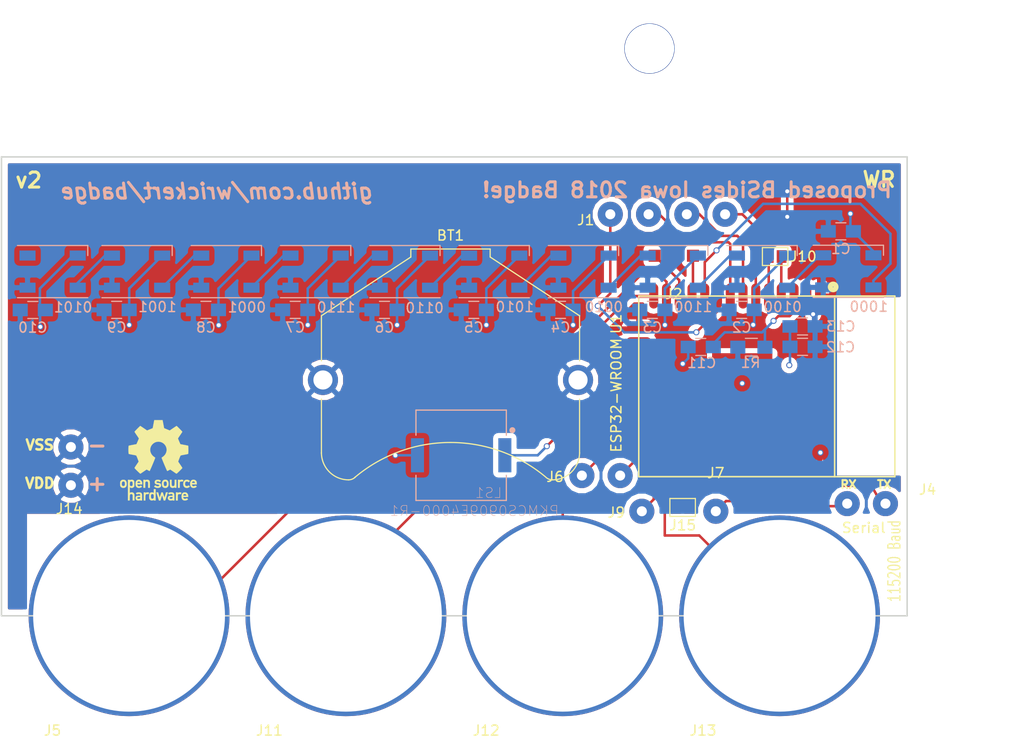
<source format=kicad_pcb>
(kicad_pcb (version 20171130) (host pcbnew 5.0.1)
  (layers (0 F.Cu signal) (31 B.Cu signal) (34 B.Paste user) (35 F.Paste user) (36 B.SilkS user) (37 F.SilkS user) (38 B.Mask user) (39 F.Mask user hide) (44 Edge.Cuts user))
  (net 0 "")
  (net 1 VDD)
  (net 2 VSS)
  (net 3 SPI)
  (net 4 "Net-(LED1-Pad2)")
  (net 5 "Net-(LED2-Pad2)")
  (net 6 "Net-(LED3-Pad2)")
  (net 7 "Net-(LED4-Pad2)")
  (net 8 "Net-(LED5-Pad2)")
  (net 9 "Net-(LED6-Pad2)")
  (net 10 "Net-(LED7-Pad2)")
  (net 11 "Net-(LED8-Pad2)")
  (net 12 "Net-(LED10-Pad4)")
  (net 13 "Net-(LED10-Pad2)")
  (net 14 IO23)
  (net 15 IO22)
  (net 16 TX)
  (net 17 RX)
  (net 18 IO21)
  (net 19 "Net-(U1-Pad32)")
  (net 20 IO19)
  (net 21 IO18)
  (net 22 IO5)
  (net 23 IO17)
  (net 24 IO16)
  (net 25 P0)
  (net 26 IO0)
  (net 27 P3)
  (net 28 SD1)
  (net 29 SD0)
  (net 30 CLK)
  (net 31 CMD)
  (net 32 SD3)
  (net 33 SD2)
  (net 34 IO13)
  (net 35 P1)
  (net 36 IO27)
  (net 37 IO26)
  (net 38 IO33)
  (net 39 IO32)
  (net 40 IO35)
  (net 41 IO34)
  (net 42 VN)
  (net 43 VP)
  (net 44 "Net-(C11-Pad1)")
  (net 45 P2)
  (net 46 GND)
  (module ESP32-footprints-Lib:ESP32-WROOM (layer F.Cu) (at 157.48 119.38 90)
    (fp_text reference U1 (at 6.223 -14.986 90) (layer F.SilkS))
    (fp_text value ESP32-WROOM)
    (fp_text user ESP32-WROOM (at -0.889 -14.986 270) (layer F.SilkS))
    (pad 38 smd oval (at -9 5.25 90) (size 2.5 0.9) (layers F.Cu F.Paste F.Mask) (net 2 VSS))
    (pad 37 smd oval (at -9 3.98 90) (size 2.5 0.9) (layers F.Cu F.Paste F.Mask) (net 14 IO23))
    (pad 36 smd oval (at -9 2.71 90) (size 2.5 0.9) (layers F.Cu F.Paste F.Mask) (net 15 IO22))
    (pad 35 smd oval (at -9 1.44 90) (size 2.5 0.9) (layers F.Cu F.Paste F.Mask) (net 16 TX))
    (pad 34 smd oval (at -9 0.17 90) (size 2.5 0.9) (layers F.Cu F.Paste F.Mask) (net 17 RX))
    (pad 33 smd oval (at -9 -1.1 90) (size 2.5 0.9) (layers F.Cu F.Paste F.Mask) (net 18 IO21))
    (pad 32 smd oval (at -9 -2.37 90) (size 2.5 0.9) (layers F.Cu F.Paste F.Mask) (net 19 "Net-(U1-Pad32)"))
    (pad 31 smd oval (at -9 -3.64 90) (size 2.5 0.9) (layers F.Cu F.Paste F.Mask) (net 20 IO19))
    (pad 30 smd oval (at -9 -4.91 90) (size 2.5 0.9) (layers F.Cu F.Paste F.Mask) (net 21 IO18))
    (pad 29 smd oval (at -9 -6.18 90) (size 2.5 0.9) (layers F.Cu F.Paste F.Mask) (net 22 IO5))
    (pad 28 smd oval (at -9 -7.45 90) (size 2.5 0.9) (layers F.Cu F.Paste F.Mask) (net 23 IO17))
    (pad 27 smd oval (at -9 -8.72 90) (size 2.5 0.9) (layers F.Cu F.Paste F.Mask) (net 24 IO16))
    (pad 26 smd oval (at -9 -9.99 90) (size 2.5 0.9) (layers F.Cu F.Paste F.Mask) (net 25 P0))
    (pad 25 smd oval (at -9 -11.26 90) (size 2.5 0.9) (layers F.Cu F.Paste F.Mask) (net 26 IO0))
    (pad 24 smd oval (at -5.715 -12.75 90) (size 0.9 2.5) (layers F.Cu F.Paste F.Mask) (net 2 VSS))
    (pad 23 smd oval (at -4.445 -12.75 90) (size 0.9 2.5) (layers F.Cu F.Paste F.Mask) (net 35 P1))
    (pad 22 smd oval (at -3.175 -12.75 90) (size 0.9 2.5) (layers F.Cu F.Paste F.Mask) (net 28 SD1))
    (pad 21 smd oval (at -1.905 -12.75 90) (size 0.9 2.5) (layers F.Cu F.Paste F.Mask) (net 29 SD0))
    (pad 20 smd oval (at -0.635 -12.75 90) (size 0.9 2.5) (layers F.Cu F.Paste F.Mask) (net 30 CLK))
    (pad 19 smd oval (at 0.635 -12.75 90) (size 0.9 2.5) (layers F.Cu F.Paste F.Mask) (net 31 CMD))
    (pad 18 smd oval (at 1.905 -12.75 90) (size 0.9 2.5) (layers F.Cu F.Paste F.Mask) (net 32 SD3))
    (pad 17 smd oval (at 3.175 -12.75 90) (size 0.9 2.5) (layers F.Cu F.Paste F.Mask) (net 33 SD2))
    (pad 16 smd oval (at 4.445 -12.75 90) (size 0.9 2.5) (layers F.Cu F.Paste F.Mask) (net 34 IO13))
    (pad 15 smd oval (at 5.715 -12.75 90) (size 0.9 2.5) (layers F.Cu F.Paste F.Mask) (net 2 VSS))
    (pad 14 smd oval (at 9 -11.26 90) (size 2.5 0.9) (layers F.Cu F.Paste F.Mask) (net 45 P2))
    (pad 13 smd oval (at 9 -9.99 90) (size 2.5 0.9) (layers F.Cu F.Paste F.Mask) (net 27 P3))
    (pad 12 smd oval (at 9 -8.72 90) (size 2.5 0.9) (layers F.Cu F.Paste F.Mask) (net 36 IO27))
    (pad 11 smd oval (at 9 -7.45 90) (size 2.5 0.9) (layers F.Cu F.Paste F.Mask) (net 37 IO26))
    (pad 10 smd oval (at 9 -6.18 90) (size 2.5 0.9) (layers F.Cu F.Paste F.Mask) (net 3 SPI))
    (pad 9 smd oval (at 9 -4.91 90) (size 2.5 0.9) (layers F.Cu F.Paste F.Mask) (net 38 IO33))
    (pad 8 smd oval (at 9 -3.64 90) (size 2.5 0.9) (layers F.Cu F.Paste F.Mask) (net 39 IO32))
    (pad 7 smd oval (at 9 -2.37 90) (size 2.5 0.9) (layers F.Cu F.Paste F.Mask) (net 40 IO35))
    (pad 6 smd oval (at 9 -1.1 90) (size 2.5 0.9) (layers F.Cu F.Paste F.Mask) (net 41 IO34))
    (pad 5 smd oval (at 9 0.17 90) (size 2.5 0.9) (layers F.Cu F.Paste F.Mask) (net 42 VN))
    (pad 4 smd oval (at 9 1.44 90) (size 2.5 0.9) (layers F.Cu F.Paste F.Mask) (net 43 VP))
    (pad 3 smd oval (at 9 2.71 90) (size 2.5 0.9) (layers F.Cu F.Paste F.Mask) (net 44 "Net-(C11-Pad1)"))
    (pad 2 smd oval (at 9 3.98 90) (size 2.5 0.9) (layers F.Cu F.Paste F.Mask) (net 1 VDD))
    (pad 1 smd oval (at 9 5.25 90) (size 2.5 0.9) (layers F.Cu F.Paste F.Mask) (net 2 VSS))
    (pad 39 smd rect (at 0.3 -2.45 90) (size 6 6) (layers F.Cu F.Paste F.Mask) (net 2 VSS))
  )
  (module LEDs:LED_WS2812B-PLCC4 (layer B.Cu) (at 86.37 107.947)
    (fp_text reference 0101 (at 2.032 3.556) (layer B.SilkS) (effects (justify mirror)))
    (fp_text value WS2812B)
    (pad 3 smd rect (at 2.5 -1.6) (size 1.6 1) (layers B.Cu B.Paste B.Mask) (net 2 VSS))
    (pad 4 smd rect (at 2.5 1.6) (size 1.6 1) (layers B.Cu B.Paste B.Mask) (net 12 "Net-(LED10-Pad4)"))
    (pad 2 smd rect (at -2.5 -1.6) (size 1.6 1) (layers B.Cu B.Paste B.Mask) (net 13 "Net-(LED10-Pad2)"))
    (pad 1 smd rect (at -2.5 1.6) (size 1.6 1) (layers B.Cu B.Paste B.Mask) (net 1 VDD))
  )
  (module LEDs:LED_WS2812B-PLCC4 (layer B.Cu) (at 103.665 107.95)
    (fp_text reference 0001 (at 2.04724 3.556) (layer B.SilkS) (effects (justify mirror)))
    (fp_text value WS2812B)
    (pad 3 smd rect (at 2.5 -1.6) (size 1.6 1) (layers B.Cu B.Paste B.Mask) (net 2 VSS))
    (pad 4 smd rect (at 2.5 1.6) (size 1.6 1) (layers B.Cu B.Paste B.Mask) (net 10 "Net-(LED7-Pad2)"))
    (pad 2 smd rect (at -2.5 -1.6) (size 1.6 1) (layers B.Cu B.Paste B.Mask) (net 11 "Net-(LED8-Pad2)"))
    (pad 1 smd rect (at -2.5 1.6) (size 1.6 1) (layers B.Cu B.Paste B.Mask) (net 1 VDD))
  )
  (module LEDs:LED_WS2812B-PLCC4 (layer B.Cu) (at 157.005 107.95)
    (fp_text reference 0100 (at 2.04724 3.52044) (layer B.SilkS) (effects (justify mirror)))
    (fp_text value WS2812B)
    (pad 3 smd rect (at 2.5 -1.6) (size 1.6 1) (layers B.Cu B.Paste B.Mask) (net 2 VSS))
    (pad 4 smd rect (at 2.5 1.6) (size 1.6 1) (layers B.Cu B.Paste B.Mask) (net 4 "Net-(LED1-Pad2)"))
    (pad 2 smd rect (at -2.5 -1.6) (size 1.6 1) (layers B.Cu B.Paste B.Mask) (net 5 "Net-(LED2-Pad2)"))
    (pad 1 smd rect (at -2.5 1.6) (size 1.6 1) (layers B.Cu B.Paste B.Mask) (net 1 VDD))
  )
  (module Battery_Holders:Keystone_3009_1x2450-CoinCell (layer F.Cu) (at 125.984 118.745)
    (fp_text reference BT1 (at 0 -14.4) (layer F.SilkS))
    (fp_text value Battery_Cell)
    (pad 1 thru_hole circle (at -12.7 0) (size 3 3) (drill 1.9) (layers *.Cu *.Mask) (net 1 VDD))
    (pad 1 thru_hole circle (at 12.7 0) (size 3 3) (drill 1.9) (layers *.Cu *.Mask) (net 1 VDD))
    (pad 2 smd rect (at 0 0) (size 8 8) (layers F.Cu F.Mask) (net 2 VSS))
  )
  (module Capacitors_SMD:C_0805_HandSoldering (layer B.Cu) (at 164.85 103.937)
    (fp_text reference C1 (at 0 1.75) (layer B.SilkS) (effects (justify mirror)))
    (fp_text value 0.1uF)
    (pad 1 smd rect (at -1.25 0) (size 1.5 1.25) (layers B.Cu B.Paste B.Mask) (net 1 VDD))
    (pad 2 smd rect (at 1.25 0) (size 1.5 1.25) (layers B.Cu B.Paste B.Mask) (net 2 VSS))
  )
  (module Capacitors_SMD:C_0805_HandSoldering (layer B.Cu) (at 154.973 111.76)
    (fp_text reference C2 (at 0 1.75) (layer B.SilkS) (effects (justify mirror)))
    (fp_text value 0.1uF)
    (pad 1 smd rect (at -1.25 0) (size 1.5 1.25) (layers B.Cu B.Paste B.Mask) (net 1 VDD))
    (pad 2 smd rect (at 1.25 0) (size 1.5 1.25) (layers B.Cu B.Paste B.Mask) (net 2 VSS))
  )
  (module Capacitors_SMD:C_0805_HandSoldering (layer B.Cu) (at 146.083 111.76)
    (fp_text reference C3 (at 0 1.75) (layer B.SilkS) (effects (justify mirror)))
    (fp_text value 0.1uF)
    (pad 1 smd rect (at -1.25 0) (size 1.5 1.25) (layers B.Cu B.Paste B.Mask) (net 1 VDD))
    (pad 2 smd rect (at 1.25 0) (size 1.5 1.25) (layers B.Cu B.Paste B.Mask) (net 2 VSS))
  )
  (module Capacitors_SMD:C_0805_HandSoldering (layer B.Cu) (at 136.939 111.76)
    (fp_text reference C4 (at 0 1.75) (layer B.SilkS) (effects (justify mirror)))
    (fp_text value 0.1uF)
    (pad 1 smd rect (at -1.25 0) (size 1.5 1.25) (layers B.Cu B.Paste B.Mask) (net 1 VDD))
    (pad 2 smd rect (at 1.25 0) (size 1.5 1.25) (layers B.Cu B.Paste B.Mask) (net 2 VSS))
  )
  (module Capacitors_SMD:C_0805_HandSoldering (layer B.Cu) (at 128.303 111.76)
    (fp_text reference C5 (at 0 1.75) (layer B.SilkS) (effects (justify mirror)))
    (fp_text value 0.1uF)
    (pad 1 smd rect (at -1.25 0) (size 1.5 1.25) (layers B.Cu B.Paste B.Mask) (net 1 VDD))
    (pad 2 smd rect (at 1.25 0) (size 1.5 1.25) (layers B.Cu B.Paste B.Mask) (net 2 VSS))
  )
  (module Capacitors_SMD:C_0805_HandSoldering (layer B.Cu) (at 119.413 111.76)
    (fp_text reference C6 (at 0 1.75) (layer B.SilkS) (effects (justify mirror)))
    (fp_text value 0.1uF)
    (pad 1 smd rect (at -1.25 0) (size 1.5 1.25) (layers B.Cu B.Paste B.Mask) (net 1 VDD))
    (pad 2 smd rect (at 1.25 0) (size 1.5 1.25) (layers B.Cu B.Paste B.Mask) (net 2 VSS))
  )
  (module Capacitors_SMD:C_0805_HandSoldering (layer B.Cu) (at 110.523 111.76)
    (fp_text reference C7 (at 0 1.75) (layer B.SilkS) (effects (justify mirror)))
    (fp_text value 0.1uF)
    (pad 1 smd rect (at -1.25 0) (size 1.5 1.25) (layers B.Cu B.Paste B.Mask) (net 1 VDD))
    (pad 2 smd rect (at 1.25 0) (size 1.5 1.25) (layers B.Cu B.Paste B.Mask) (net 2 VSS))
  )
  (module Capacitors_SMD:C_0805_HandSoldering (layer B.Cu) (at 101.633 111.76)
    (fp_text reference C8 (at 0 1.75) (layer B.SilkS) (effects (justify mirror)))
    (fp_text value 0.1uF)
    (pad 1 smd rect (at -1.25 0) (size 1.5 1.25) (layers B.Cu B.Paste B.Mask) (net 1 VDD))
    (pad 2 smd rect (at 1.25 0) (size 1.5 1.25) (layers B.Cu B.Paste B.Mask) (net 2 VSS))
  )
  (module Capacitors_SMD:C_0805_HandSoldering (layer B.Cu) (at 92.743 111.76)
    (fp_text reference C9 (at 0 1.75) (layer B.SilkS) (effects (justify mirror)))
    (fp_text value 0.1uF)
    (pad 1 smd rect (at -1.25 0) (size 1.5 1.25) (layers B.Cu B.Paste B.Mask) (net 1 VDD))
    (pad 2 smd rect (at 1.25 0) (size 1.5 1.25) (layers B.Cu B.Paste B.Mask) (net 2 VSS))
  )
  (module Capacitors_SMD:C_0805_HandSoldering (layer B.Cu) (at 84.395 111.772)
    (fp_text reference C10 (at 0 1.75) (layer B.SilkS) (effects (justify mirror)))
    (fp_text value 0.1uF)
    (pad 1 smd rect (at -1.25 0) (size 1.5 1.25) (layers B.Cu B.Paste B.Mask) (net 1 VDD))
    (pad 2 smd rect (at 1.25 0) (size 1.5 1.25) (layers B.Cu B.Paste B.Mask) (net 2 VSS))
  )
  (module Capacitors_SMD:C_0805_HandSoldering (layer B.Cu) (at 150.9 115.457 180)
    (fp_text reference C11 (at -0.09144 -1.59004 180) (layer B.SilkS) (effects (justify mirror)))
    (fp_text value 0.1uF)
    (pad 1 smd rect (at -1.25 0 180) (size 1.5 1.25) (layers B.Cu B.Paste B.Mask) (net 44 "Net-(C11-Pad1)"))
    (pad 2 smd rect (at 1.25 0 180) (size 1.5 1.25) (layers B.Cu B.Paste B.Mask) (net 2 VSS))
  )
  (module Capacitors_SMD:C_0805_HandSoldering (layer B.Cu) (at 161.036 115.443)
    (fp_text reference C12 (at 3.784 0.034) (layer B.SilkS) (effects (justify mirror)))
    (fp_text value 0.1uF)
    (pad 1 smd rect (at -1.25 0) (size 1.5 1.25) (layers B.Cu B.Paste B.Mask) (net 46 GND))
    (pad 2 smd rect (at 1.25 0) (size 1.5 1.25) (layers B.Cu B.Paste B.Mask) (net 1 VDD))
  )
  (module Capacitors_SMD:C_0805_HandSoldering (layer B.Cu) (at 161.036 113.411)
    (fp_text reference C13 (at 3.814 -0.004) (layer B.SilkS) (effects (justify mirror)))
    (fp_text value 10uF)
    (pad 1 smd rect (at -1.25 0) (size 1.5 1.25) (layers B.Cu B.Paste B.Mask) (net 46 GND))
    (pad 2 smd rect (at 1.25 0) (size 1.5 1.25) (layers B.Cu B.Paste B.Mask) (net 1 VDD))
  )
  (module LEDs:LED_WS2812B-PLCC4 (layer B.Cu) (at 165.595 107.922)
    (fp_text reference 1000 (at 2.032 3.52044) (layer B.SilkS) (effects (justify mirror)))
    (fp_text value WS2812B)
    (pad 3 smd rect (at 2.5 -1.6) (size 1.6 1) (layers B.Cu B.Paste B.Mask) (net 2 VSS))
    (pad 4 smd rect (at 2.5 1.6) (size 1.6 1) (layers B.Cu B.Paste B.Mask) (net 3 SPI))
    (pad 2 smd rect (at -2.5 -1.6) (size 1.6 1) (layers B.Cu B.Paste B.Mask) (net 4 "Net-(LED1-Pad2)"))
    (pad 1 smd rect (at -2.5 1.6) (size 1.6 1) (layers B.Cu B.Paste B.Mask) (net 1 VDD))
  )
  (module LEDs:LED_WS2812B-PLCC4 (layer B.Cu) (at 148.115 107.95)
    (fp_text reference 1100 (at 2.02184 3.52044) (layer B.SilkS) (effects (justify mirror)))
    (fp_text value WS2812B)
    (pad 3 smd rect (at 2.5 -1.6) (size 1.6 1) (layers B.Cu B.Paste B.Mask) (net 2 VSS))
    (pad 4 smd rect (at 2.5 1.6) (size 1.6 1) (layers B.Cu B.Paste B.Mask) (net 5 "Net-(LED2-Pad2)"))
    (pad 2 smd rect (at -2.5 -1.6) (size 1.6 1) (layers B.Cu B.Paste B.Mask) (net 6 "Net-(LED3-Pad2)"))
    (pad 1 smd rect (at -2.5 1.6) (size 1.6 1) (layers B.Cu B.Paste B.Mask) (net 1 VDD))
  )
  (module LEDs:LED_WS2812B-PLCC4 (layer B.Cu) (at 139.225 107.95)
    (fp_text reference 0010 (at 2.032 3.52044) (layer B.SilkS) (effects (justify mirror)))
    (fp_text value WS2812B)
    (pad 3 smd rect (at 2.5 -1.6) (size 1.6 1) (layers B.Cu B.Paste B.Mask) (net 2 VSS))
    (pad 4 smd rect (at 2.5 1.6) (size 1.6 1) (layers B.Cu B.Paste B.Mask) (net 6 "Net-(LED3-Pad2)"))
    (pad 2 smd rect (at -2.5 -1.6) (size 1.6 1) (layers B.Cu B.Paste B.Mask) (net 7 "Net-(LED4-Pad2)"))
    (pad 1 smd rect (at -2.5 1.6) (size 1.6 1) (layers B.Cu B.Paste B.Mask) (net 1 VDD))
  )
  (module LEDs:LED_WS2812B-PLCC4 (layer B.Cu) (at 130.335 107.95)
    (fp_text reference 1010 (at 2.04724 3.52044) (layer B.SilkS) (effects (justify mirror)))
    (fp_text value WS2812B)
    (pad 3 smd rect (at 2.5 -1.6) (size 1.6 1) (layers B.Cu B.Paste B.Mask) (net 2 VSS))
    (pad 4 smd rect (at 2.5 1.6) (size 1.6 1) (layers B.Cu B.Paste B.Mask) (net 7 "Net-(LED4-Pad2)"))
    (pad 2 smd rect (at -2.5 -1.6) (size 1.6 1) (layers B.Cu B.Paste B.Mask) (net 8 "Net-(LED5-Pad2)"))
    (pad 1 smd rect (at -2.5 1.6) (size 1.6 1) (layers B.Cu B.Paste B.Mask) (net 1 VDD))
  )
  (module LEDs:LED_WS2812B-PLCC4 (layer B.Cu) (at 121.445 107.95)
    (fp_text reference 0110 (at 1.96596 3.62204) (layer B.SilkS) (effects (justify mirror)))
    (fp_text value WS2812B)
    (pad 3 smd rect (at 2.5 -1.6) (size 1.6 1) (layers B.Cu B.Paste B.Mask) (net 2 VSS))
    (pad 4 smd rect (at 2.5 1.6) (size 1.6 1) (layers B.Cu B.Paste B.Mask) (net 8 "Net-(LED5-Pad2)"))
    (pad 2 smd rect (at -2.5 -1.6) (size 1.6 1) (layers B.Cu B.Paste B.Mask) (net 9 "Net-(LED6-Pad2)"))
    (pad 1 smd rect (at -2.5 1.6) (size 1.6 1) (layers B.Cu B.Paste B.Mask) (net 1 VDD))
  )
  (module LEDs:LED_WS2812B-PLCC4 (layer B.Cu) (at 112.555 107.95)
    (fp_text reference 1110 (at 2.032 3.556) (layer B.SilkS) (effects (justify mirror)))
    (fp_text value WS2812B)
    (pad 3 smd rect (at 2.5 -1.6) (size 1.6 1) (layers B.Cu B.Paste B.Mask) (net 2 VSS))
    (pad 4 smd rect (at 2.5 1.6) (size 1.6 1) (layers B.Cu B.Paste B.Mask) (net 9 "Net-(LED6-Pad2)"))
    (pad 2 smd rect (at -2.5 -1.6) (size 1.6 1) (layers B.Cu B.Paste B.Mask) (net 10 "Net-(LED7-Pad2)"))
    (pad 1 smd rect (at -2.5 1.6) (size 1.6 1) (layers B.Cu B.Paste B.Mask) (net 1 VDD))
  )
  (module LEDs:LED_WS2812B-PLCC4 (layer B.Cu) (at 94.775 107.95)
    (fp_text reference 1001 (at 2.02184 3.52044) (layer B.SilkS) (effects (justify mirror)))
    (fp_text value WS2812B)
    (pad 3 smd rect (at 2.5 -1.6) (size 1.6 1) (layers B.Cu B.Paste B.Mask) (net 2 VSS))
    (pad 4 smd rect (at 2.5 1.6) (size 1.6 1) (layers B.Cu B.Paste B.Mask) (net 11 "Net-(LED8-Pad2)"))
    (pad 2 smd rect (at -2.5 -1.6) (size 1.6 1) (layers B.Cu B.Paste B.Mask) (net 12 "Net-(LED10-Pad4)"))
    (pad 1 smd rect (at -2.5 1.6) (size 1.6 1) (layers B.Cu B.Paste B.Mask) (net 1 VDD))
  )
  (module Resistors_SMD:R_0805_HandSoldering (layer B.Cu) (at 155.94 115.477)
    (fp_text reference R1 (at -0.0762 1.5494) (layer B.SilkS) (effects (justify mirror)))
    (fp_text value 10k)
    (pad 1 smd rect (at -1.35 0) (size 1.5 1.3) (layers B.Cu B.Paste B.Mask) (net 1 VDD))
    (pad 2 smd rect (at 1.35 0) (size 1.5 1.3) (layers B.Cu B.Paste B.Mask) (net 44 "Net-(C11-Pad1)"))
  )
  (module Wire_Pads:Penny (layer F.Cu) (at 93.98 142.24)
    (fp_text reference J5 (at -7.62 11.43) (layer F.SilkS))
    (fp_text value Penny3)
    (pad 1 thru_hole circle (at 0 0) (size 20 20) (drill 19.1) (layers *.Mask F.Cu) (net 27 P3))
  )
  (module Wire_Pads:Penny (layer F.Cu) (at 115.57 142.24)
    (fp_text reference J11 (at -7.62 11.43) (layer F.SilkS))
    (fp_text value Penny2)
    (pad 1 thru_hole circle (at 0 0) (size 20 20) (drill 19.1) (layers *.Mask F.Cu) (net 45 P2))
  )
  (module Wire_Pads:Penny (layer F.Cu) (at 137.16 142.24)
    (fp_text reference J12 (at -7.62 11.43) (layer F.SilkS))
    (fp_text value Penny1)
    (pad 1 thru_hole circle (at 0 0) (size 20 20) (drill 19.1) (layers *.Mask F.Cu) (net 35 P1))
  )
  (module Wire_Pads:Penny (layer F.Cu) (at 158.75 142.24)
    (fp_text reference J13 (at -7.62 11.43) (layer F.SilkS))
    (fp_text value Penny0)
    (pad 1 thru_hole circle (at 0 0) (size 20 20) (drill 19.1) (layers *.Mask F.Cu) (net 25 P0))
  )
  (module Wire_Pads:SolderWirePad_4xInline_1mmDrill (layer F.Cu) (at 147.61 102.237)
    (fp_text reference J1 (at -8.16 0.58) (layer F.SilkS))
    (fp_text value Left2)
    (pad 1 thru_hole circle (at -5.715 0) (size 2.49936 2.49936) (drill 1.00076) (layers *.Cu *.Mask) (net 38 IO33))
    (pad 1 thru_hole circle (at -1.905 0) (size 2.49936 2.49936) (drill 1.00076) (layers *.Cu *.Mask) (net 39 IO32))
    (pad 1 thru_hole circle (at 1.905 0) (size 2.49936 2.49936) (drill 1.00076) (layers *.Cu *.Mask) (net 40 IO35))
    (pad 1 thru_hole circle (at 5.715 0) (size 2.49936 2.49936) (drill 1.00076) (layers *.Cu *.Mask) (net 41 IO34))
  )
  (module Wire_Pads:SolderWirePad_2x_1mmDrill (layer F.Cu) (at 148.22 106.367 180)
    (fp_text reference J2 (at 0 -3.81 180) (layer F.SilkS))
    (fp_text value Left3)
    (pad 1 smd rect (at -1.905 0 180) (size 1.2 1.2) (layers F.Cu F.Paste F.Mask) (net 37 IO26))
    (pad 1 smd rect (at 1.905 0 180) (size 1.2 1.2) (layers F.Cu F.Paste F.Mask) (net 36 IO27))
  )
  (module Wire_Pads:SolderWirePad_2x_1mmDrill (layer F.Cu) (at 167.386 131.064)
    (fp_text reference J4 (at 6.096 -1.397) (layer F.SilkS))
    (fp_text value Serial (at -0.254 2.413) (layer F.SilkS))
    (pad 1 thru_hole circle (at -1.905 0) (size 2.49936 2.49936) (drill 1.00076) (layers *.Cu *.Mask) (net 17 RX))
    (pad 1 thru_hole circle (at 1.905 0) (size 2.49936 2.49936) (drill 1.00076) (layers *.Cu *.Mask) (net 16 TX))
  )
  (module Wire_Pads:SolderWirePad_2x_1mmDrill (layer F.Cu) (at 140.97 128.27)
    (fp_text reference J6 (at -4.572 0.127) (layer F.SilkS))
    (fp_text value Right1)
    (pad 1 thru_hole circle (at -1.905 0) (size 2.49936 2.49936) (drill 1.00076) (layers *.Cu *.Mask) (net 14 IO23))
    (pad 1 thru_hole circle (at 1.905 0) (size 2.49936 2.49936) (drill 1.00076) (layers *.Cu *.Mask) (net 15 IO22))
  )
  (module Wire_Pads:SolderWirePad_single_1mmDrill (layer F.Cu) (at 152.4 131.826)
    (fp_text reference J7 (at 0 -3.81) (layer F.SilkS))
    (fp_text value Right2)
    (pad 1 thru_hole circle (at 0 0) (size 2.49936 2.49936) (drill 1.00076) (layers *.Cu *.Mask) (net 18 IO21))
  )
  (module Wire_Pads:SolderWirePad_single_1mmDrill (layer F.Cu) (at 145.034 131.826)
    (fp_text reference J9 (at -2.54 0.127) (layer F.SilkS))
    (fp_text value Right4)
    (pad 1 thru_hole circle (at 0 0) (size 2.49936 2.49936) (drill 1.00076) (layers *.Cu *.Mask) (net 26 IO0))
  )
  (module Connectors:GS2 (layer F.Cu) (at 158.31 106.447 90)
    (fp_text reference J10 (at 0 2.794 180) (layer F.SilkS))
    (fp_text value Left1)
    (pad 1 smd rect (at 0 -0.64 90) (size 1.27 0.97) (layers F.Cu F.Paste F.Mask) (net 42 VN))
    (pad 2 smd rect (at 0 0.64 90) (size 1.27 0.97) (layers F.Cu F.Paste F.Mask) (net 43 VP))
  )
  (module Wire_Pads:SolderWirePad_2x_1mmDrill (layer F.Cu) (at 88.1888 127.3302 90)
    (fp_text reference J14 (at -4.2668 -0.1688 180) (layer F.SilkS))
    (fp_text value Power)
    (pad 1 thru_hole circle (at -1.905 0 90) (size 2.49936 2.49936) (drill 1.00076) (layers *.Cu *.Mask) (net 1 VDD))
    (pad 1 thru_hole circle (at 1.905 0 90) (size 2.49936 2.49936) (drill 1.00076) (layers *.Cu *.Mask) (net 1 VDD))
  )
  (module Connectors:GS2 (layer F.Cu) (at 149.098 131.445 270)
    (fp_text reference J15 (at 1.78 0) (layer F.SilkS))
    (fp_text value Right5)
    (pad 1 smd rect (at 0 -0.64 270) (size 1.27 0.97) (layers F.Cu F.Paste F.Mask) (net 23 IO17))
    (pad 2 smd rect (at 0 0.64 270) (size 1.27 0.97) (layers F.Cu F.Paste F.Mask) (net 24 IO16))
  )
  (module PKMCS0909E4000-R1:XDCR_PKMCS0909E4000-R1 (layer B.Cu) (at 127.045 126.247 180)
    (fp_text reference LS1 (at -2.725 -3.75 180) (layer B.SilkS) (effects (font (size 1.00189 1.00189) (thickness 0.05)) (justify mirror)))
    (fp_text value PKMCS0909E4000-R1 (at -1.31106 -5.54064 180) (layer B.SilkS) (effects (font (size 1.00465 1.00465) (thickness 0.05)) (justify mirror)))
    (pad 1 smd rect (at -4.35 0 180) (size 1.3 3.4) (layers B.Cu B.Paste B.Mask) (net 34 IO13))
    (pad 2 smd rect (at 4.35 0 180) (size 1.3 3.4) (layers B.Cu B.Paste B.Mask) (net 2 VSS))
  )
  (module Symbols:OSHW-Logo_7.5x8mm_SilkScreen (layer F.Cu) (at 96.895 126.747)
    (fp_text reference REF*** hide)
    (fp_text value OSHW-Logo_7.5x8mm_SilkScreen hide)
  )
  (module Connectors:1pin (layer F.Cu) (at 145.796 85.725)
    (fp_text reference "" (at 0.1 -4.575) (layer F.SilkS))
    (fp_text value 1pin)
    (pad 1 thru_hole circle (at 0 0) (size 5 5) (drill 4.9) (layers *.Cu *.Mask))
  )
  (gr_text WR (at 168.656 98.7806) (layer F.SilkS) (effects (font (size 1.5 1.5) (thickness 0.3))))
  (gr_text "v2\n" (at 83.99 98.847) (layer F.SilkS) (effects (font (size 1.5 1.5) (thickness 0.3))))
  (gr_text "115200 Baud" (at 170.18 136.779 90) (layer F.SilkS) (effects (font (size 1.2 0.8) (thickness 0.125))))
  (gr_text RX (at 165.608 129.159) (layer F.SilkS) (effects (font (size 0.8 0.8) (thickness 0.2))))
  (gr_text TX (at 169.164 129.159) (layer F.SilkS) (effects (font (size 0.8 0.8) (thickness 0.2))))
  (gr_text github.com/wrickert/badge (at 102.745 99.947) (layer B.SilkS) (effects (font (size 1.5 1.5) (thickness 0.3) italic) (justify mirror)))
  (gr_text "Proposed BSides Iowa 2018 Badge!" (at 149.545 99.822) (layer B.SilkS) (effects (font (size 1.5 1.5) (thickness 0.3)) (justify mirror)))
  (gr_text + (at 90.805 129.032) (layer B.SilkS) (effects (font (size 1.5 1.5) (thickness 0.3)) (justify mirror)))
  (gr_text "-\n" (at 90.805 125.222) (layer B.SilkS) (effects (font (size 1.5 1.5) (thickness 0.3)) (justify mirror)))
  (gr_text "VDD\n" (at 85.09 129.032) (layer F.SilkS) (effects (font (size 1 1) (thickness 0.25))))
  (gr_text "VSS\n" (at 85.09 125.222) (layer F.SilkS) (effects (font (size 1 1) (thickness 0.25))))
  (gr_line (start 81.28 142.24) (end 81.28 96.52) (angle 90) (layer Edge.Cuts) (width 0.15))
  (gr_line (start 171.45 142.24) (end 81.28 142.24) (angle 90) (layer Edge.Cuts) (width 0.15))
  (gr_line (start 171.45 96.52) (end 171.45 142.24) (angle 90) (layer Edge.Cuts) (width 0.15))
  (gr_line (start 81.28 96.52) (end 171.45 96.52) (angle 90) (layer Edge.Cuts) (width 0.15))
  (via (at 159.512 102.489) (size 0.6) (drill 0.4) (layers F.Cu B.Cu) (net 1))
  (via (at 159.512 99.949) (size 0.6) (drill 0.4) (layers F.Cu B.Cu) (net 1))
  (segment (start 162.286 115.443) (end 162.286 113.411) (width 0.25) (layer B.Cu) (net 1))
  (segment (start 162.286 113.411) (end 162.09 113.215) (width 0.25) (layer B.Cu) (net 1))
  (segment (start 162.09 113.215) (end 162.09 112.187) (width 0.25) (layer B.Cu) (net 1))
  (via (at 162.09 112.187) (size 0.6) (drill 0.4) (layers F.Cu B.Cu) (net 1))
  (segment (start 162.09 112.187) (end 161.46 111.557) (width 0.25) (layer F.Cu) (net 1))
  (segment (start 161.46 111.557) (end 161.46 110.38) (width 0.25) (layer F.Cu) (net 1))
  (segment (start 83.385 109.55) (end 83.345 109.51) (width 0.25) (layer B.Cu) (net 1))
  (segment (start 163.395 109.55) (end 163.395 109.18) (width 0.25) (layer B.Cu) (net 1))
  (segment (start 161.46 110.38) (end 161.544 110.296) (width 0.25) (layer F.Cu) (net 1))
  (segment (start 92.275 109.55) (end 92.235 109.51) (width 0.25) (layer B.Cu) (net 1))
  (segment (start 101.165 109.55) (end 101.125 109.51) (width 0.25) (layer B.Cu) (net 1))
  (segment (start 110.055 109.55) (end 110.015 109.51) (width 0.25) (layer B.Cu) (net 1))
  (segment (start 118.945 109.55) (end 118.905 109.51) (width 0.25) (layer B.Cu) (net 1))
  (segment (start 127.835 109.55) (end 127.795 109.51) (width 0.25) (layer B.Cu) (net 1))
  (segment (start 136.725 109.55) (end 136.685 109.51) (width 0.25) (layer B.Cu) (net 1))
  (segment (start 145.615 109.55) (end 145.575 109.51) (width 0.25) (layer B.Cu) (net 1))
  (segment (start 154.505 109.55) (end 154.465 109.51) (width 0.25) (layer B.Cu) (net 1))
  (segment (start 159.786 115.443) (end 159.786 117.201) (width 0.25) (layer B.Cu) (net 46))
  (via (at 159.7152 117.2718) (size 0.6) (drill 0.4) (layers F.Cu B.Cu) (net 46))
  (segment (start 159.786 117.201) (end 159.7152 117.2718) (width 0.25) (layer B.Cu) (net 46))
  (segment (start 122.695 126.247) (end 120.514 126.247) (width 0.25) (layer B.Cu) (net 2))
  (via (at 120.4976 126.2634) (size 0.6) (drill 0.4) (layers F.Cu B.Cu) (net 2))
  (segment (start 120.514 126.247) (end 120.4976 126.2634) (width 0.25) (layer B.Cu) (net 2))
  (segment (start 168.095 106.322) (end 168.095 105.932) (width 0.25) (layer B.Cu) (net 2))
  (segment (start 168.095 105.932) (end 165.8 103.637) (width 0.25) (layer B.Cu) (net 2))
  (segment (start 165.8 103.637) (end 165.8 102.177) (width 0.25) (layer B.Cu) (net 2))
  (via (at 165.8 102.177) (size 0.6) (drill 0.4) (layers F.Cu B.Cu) (net 2))
  (segment (start 149.65 115.457) (end 149.65 116.587) (width 0.25) (layer B.Cu) (net 2))
  (via (at 149.11 117.127) (size 0.6) (drill 0.4) (layers F.Cu B.Cu) (net 2))
  (segment (start 149.65 116.587) (end 149.11 117.127) (width 0.25) (layer B.Cu) (net 2))
  (segment (start 94.013 113.284) (end 93.993 113.264) (width 0.25) (layer B.Cu) (net 2))
  (segment (start 93.993 113.264) (end 94.013 113.284) (width 0.25) (layer B.Cu) (net 2))
  (via (at 93.993 113.264) (size 0.6) (drill 0.4) (layers F.Cu B.Cu) (net 2))
  (segment (start 93.993 113.264) (end 93.995 113.266) (width 0.25) (layer F.Cu) (net 2))
  (segment (start 93.995 113.266) (end 93.995 113.272) (width 0.25) (layer F.Cu) (net 2))
  (segment (start 102.883 113.264) (end 102.903 113.284) (width 0.25) (layer B.Cu) (net 2))
  (via (at 102.903 113.284) (size 0.6) (drill 0.4) (layers F.Cu B.Cu) (net 2))
  (segment (start 102.895 113.292) (end 102.895 113.297) (width 0.25) (layer F.Cu) (net 2))
  (segment (start 102.903 113.284) (end 102.895 113.292) (width 0.25) (layer F.Cu) (net 2))
  (segment (start 102.883 109.632) (end 102.883 113.264) (width 0.25) (layer B.Cu) (net 2))
  (segment (start 106.165 106.35) (end 102.883 109.632) (width 0.25) (layer B.Cu) (net 2))
  (segment (start 102.883 113.264) (end 102.903 113.284) (width 0.25) (layer B.Cu) (net 2))
  (via (at 111.773 113.264) (size 0.6) (drill 0.4) (layers F.Cu B.Cu) (net 2))
  (segment (start 111.77 113.272) (end 111.77 113.267) (width 0.25) (layer F.Cu) (net 2))
  (segment (start 111.77 113.267) (end 111.773 113.264) (width 0.25) (layer F.Cu) (net 2))
  (segment (start 120.6705 113.2715) (end 120.663 113.264) (width 0.25) (layer B.Cu) (net 2))
  (via (at 120.663 113.264) (size 0.6) (drill 0.4) (layers F.Cu B.Cu) (net 2))
  (segment (start 120.67 113.271) (end 120.67 113.272) (width 0.25) (layer F.Cu) (net 2))
  (segment (start 120.663 113.264) (end 120.67 113.271) (width 0.25) (layer F.Cu) (net 2))
  (via (at 129.553 113.264) (size 0.6) (drill 0.4) (layers F.Cu B.Cu) (net 2))
  (segment (start 129.57 113.272) (end 129.561 113.272) (width 0.25) (layer F.Cu) (net 2))
  (segment (start 129.561 113.272) (end 129.553 113.264) (width 0.25) (layer F.Cu) (net 2))
  (via (at 138.189 113.264) (size 0.6) (drill 0.4) (layers F.Cu B.Cu) (net 2))
  (segment (start 138.195 113.272) (end 138.195 113.27) (width 0.25) (layer F.Cu) (net 2))
  (segment (start 138.195 113.27) (end 138.189 113.264) (width 0.25) (layer F.Cu) (net 2))
  (via (at 147.333 113.264) (size 0.6) (drill 0.4) (layers F.Cu B.Cu) (net 2))
  (segment (start 147.32 113.272) (end 147.325 113.272) (width 0.25) (layer F.Cu) (net 2))
  (segment (start 147.325 113.272) (end 147.333 113.264) (width 0.25) (layer F.Cu) (net 2))
  (segment (start 156.223 111.76) (end 156.223 113.144) (width 0.25) (layer B.Cu) (net 2))
  (via (at 156.12 113.247) (size 0.6) (drill 0.4) (layers F.Cu B.Cu) (net 2))
  (segment (start 156.223 113.144) (end 156.12 113.247) (width 0.25) (layer B.Cu) (net 2))
  (segment (start 85.123 113.284) (end 85.123 113.425) (width 0.25) (layer B.Cu) (net 2))
  (segment (start 85.123 111.78) (end 85.123 113.284) (width 0.25) (layer B.Cu) (net 2))
  (via (at 85.145 113.447) (size 0.6) (drill 0.4) (layers F.Cu B.Cu) (net 2))
  (segment (start 85.123 113.425) (end 85.145 113.447) (width 0.25) (layer B.Cu) (net 2))
  (segment (start 147.333 113.264) (end 147.353 113.284) (width 0.25) (layer B.Cu) (net 2))
  (segment (start 138.189 113.264) (end 138.209 113.284) (width 0.25) (layer B.Cu) (net 2))
  (segment (start 129.553 113.264) (end 129.573 113.284) (width 0.25) (layer B.Cu) (net 2))
  (segment (start 120.6705 113.2715) (end 120.683 113.284) (width 0.25) (layer B.Cu) (net 2))
  (segment (start 111.773 113.264) (end 111.793 113.284) (width 0.25) (layer B.Cu) (net 2))
  (segment (start 85.103 111.76) (end 85.123 111.78) (width 0.25) (layer B.Cu) (net 2))
  (segment (start 88.385 106.35) (end 85.103 109.632) (width 0.25) (layer B.Cu) (net 2))
  (segment (start 85.103 109.632) (end 85.103 111.76) (width 0.25) (layer B.Cu) (net 2))
  (segment (start 156.223 111.76) (end 156.243 111.74) (width 0.25) (layer B.Cu) (net 2))
  (segment (start 159.505 106.35) (end 156.223 109.632) (width 0.25) (layer B.Cu) (net 2))
  (segment (start 156.223 109.632) (end 156.223 111.76) (width 0.25) (layer B.Cu) (net 2))
  (segment (start 150.615 106.35) (end 147.333 109.632) (width 0.25) (layer B.Cu) (net 2))
  (segment (start 147.333 109.632) (end 147.333 113.264) (width 0.25) (layer B.Cu) (net 2))
  (segment (start 141.725 106.35) (end 138.189 109.886) (width 0.25) (layer B.Cu) (net 2))
  (segment (start 138.189 109.886) (end 138.189 113.264) (width 0.25) (layer B.Cu) (net 2))
  (segment (start 132.835 106.35) (end 129.553 109.632) (width 0.25) (layer B.Cu) (net 2))
  (segment (start 129.553 109.632) (end 129.553 113.264) (width 0.25) (layer B.Cu) (net 2))
  (segment (start 123.945 106.35) (end 120.663 109.632) (width 0.25) (layer B.Cu) (net 2))
  (segment (start 120.663 109.632) (end 120.663 113.264) (width 0.25) (layer B.Cu) (net 2))
  (segment (start 115.055 106.35) (end 111.773 109.632) (width 0.25) (layer B.Cu) (net 2))
  (segment (start 111.773 109.632) (end 111.773 113.264) (width 0.25) (layer B.Cu) (net 2))
  (segment (start 97.275 106.35) (end 93.993 109.632) (width 0.25) (layer B.Cu) (net 2))
  (segment (start 93.993 109.632) (end 93.993 113.264) (width 0.25) (layer B.Cu) (net 2))
  (segment (start 168.395 106.35) (end 168.435 106.39) (width 0.25) (layer B.Cu) (net 2))
  (segment (start 168.435 106.39) (end 168.435 106.68) (width 0.25) (layer B.Cu) (net 2))
  (segment (start 150.615 106.35) (end 150.655 106.39) (width 0.25) (layer B.Cu) (net 2))
  (segment (start 123.945 106.35) (end 123.985 106.39) (width 0.25) (layer B.Cu) (net 2))
  (segment (start 106.165 106.35) (end 105.86 106.045) (width 0.25) (layer B.Cu) (net 2))
  (segment (start 115.095 106.39) (end 115.055 106.35) (width 0.25) (layer B.Cu) (net 2))
  (segment (start 132.875 106.39) (end 132.835 106.35) (width 0.25) (layer B.Cu) (net 2))
  (segment (start 141.765 106.39) (end 141.725 106.35) (width 0.25) (layer B.Cu) (net 2))
  (segment (start 168.395 106.35) (end 168.395 106.72) (width 0.25) (layer B.Cu) (net 2))
  (via (at 155.03 119.08) (size 0.6) (drill 0.4) (layers F.Cu B.Cu) (net 2))
  (segment (start 154.94 119.126) (end 154.986 119.08) (width 0.25) (layer B.Cu) (net 2))
  (segment (start 154.986 119.08) (end 155.03 119.08) (width 0.25) (layer B.Cu) (net 2))
  (segment (start 162.73 128.38) (end 162.814 128.296) (width 0.25) (layer F.Cu) (net 2))
  (segment (start 162.814 128.296) (end 162.814 125.984) (width 0.25) (layer F.Cu) (net 2))
  (via (at 162.814 125.984) (size 0.6) (drill 0.4) (layers F.Cu B.Cu) (net 2))
  (segment (start 144.43028 125.39472) (end 144.73 125.095) (width 0.25) (layer F.Cu) (net 2))
  (segment (start 159.786 113.411) (end 159.786 115.443) (width 0.25) (layer B.Cu) (net 46))
  (segment (start 159.786 115.443) (end 159.78 115.449) (width 0.25) (layer B.Cu) (net 46))
  (segment (start 159.512 102.489) (end 159.512 99.949) (width 0.25) (layer F.Cu) (net 1))
  (segment (start 168.095 109.522) (end 168.095 108.842) (width 0.25) (layer B.Cu) (net 3))
  (segment (start 151.3 107.007) (end 151.3 110.38) (width 0.25) (layer F.Cu) (net 3))
  (segment (start 152.47 105.837) (end 151.3 107.007) (width 0.25) (layer F.Cu) (net 3))
  (via (at 152.47 105.837) (size 0.6) (drill 0.4) (layers F.Cu B.Cu) (net 3))
  (segment (start 157.11 101.197) (end 152.47 105.837) (width 0.25) (layer B.Cu) (net 3))
  (segment (start 166.8 101.197) (end 157.11 101.197) (width 0.25) (layer B.Cu) (net 3))
  (segment (start 169.79 104.187) (end 166.8 101.197) (width 0.25) (layer B.Cu) (net 3))
  (segment (start 169.79 107.147) (end 169.79 104.187) (width 0.25) (layer B.Cu) (net 3))
  (segment (start 168.095 108.842) (end 169.79 107.147) (width 0.25) (layer B.Cu) (net 3))
  (segment (start 168.689 109.844) (end 168.395 109.55) (width 0.25) (layer B.Cu) (net 3))
  (segment (start 163.395 106.35) (end 162.705 106.35) (width 0.25) (layer B.Cu) (net 4))
  (segment (start 162.705 106.35) (end 159.505 109.55) (width 0.25) (layer B.Cu) (net 4))
  (segment (start 154.505 106.35) (end 153.815 106.35) (width 0.25) (layer B.Cu) (net 5))
  (segment (start 153.815 106.35) (end 150.615 109.55) (width 0.25) (layer B.Cu) (net 5))
  (segment (start 145.615 106.35) (end 144.925 106.35) (width 0.25) (layer B.Cu) (net 6))
  (segment (start 144.925 106.35) (end 141.725 109.55) (width 0.25) (layer B.Cu) (net 6))
  (segment (start 136.725 106.35) (end 136.035 106.35) (width 0.25) (layer B.Cu) (net 7))
  (segment (start 136.035 106.35) (end 132.835 109.55) (width 0.25) (layer B.Cu) (net 7))
  (segment (start 127.835 106.35) (end 127.145 106.35) (width 0.25) (layer B.Cu) (net 8))
  (segment (start 127.145 106.35) (end 123.945 109.55) (width 0.25) (layer B.Cu) (net 8))
  (segment (start 118.945 106.35) (end 118.255 106.35) (width 0.25) (layer B.Cu) (net 9))
  (segment (start 118.255 106.35) (end 115.055 109.55) (width 0.25) (layer B.Cu) (net 9))
  (segment (start 110.055 106.35) (end 109.365 106.35) (width 0.25) (layer B.Cu) (net 10))
  (segment (start 109.365 106.35) (end 106.165 109.55) (width 0.25) (layer B.Cu) (net 10))
  (segment (start 101.165 106.35) (end 100.475 106.35) (width 0.25) (layer B.Cu) (net 11))
  (segment (start 100.475 106.35) (end 97.275 109.55) (width 0.25) (layer B.Cu) (net 11))
  (segment (start 92.275 106.35) (end 91.585 106.35) (width 0.25) (layer B.Cu) (net 12))
  (segment (start 91.585 106.35) (end 88.385 109.55) (width 0.25) (layer B.Cu) (net 12))
  (segment (start 161.46 128.38) (end 161.376 128.464) (width 0.25) (layer F.Cu) (net 14))
  (segment (start 161.036 126.492) (end 161.46 128.38) (width 0.25) (layer F.Cu) (net 14))
  (segment (start 161.376 128.464) (end 161.46 128.38) (width 0.25) (layer F.Cu) (net 14))
  (segment (start 160.909 126.365) (end 161.036 126.492) (width 0.25) (layer F.Cu) (net 14))
  (segment (start 160.782 126.238) (end 160.909 126.365) (width 0.25) (layer F.Cu) (net 14))
  (segment (start 141.097 126.238) (end 160.782 126.238) (width 0.25) (layer F.Cu) (net 14))
  (segment (start 139.065 128.27) (end 141.097 126.238) (width 0.25) (layer F.Cu) (net 14))
  (segment (start 142.875 128.27) (end 144.399 126.746) (width 0.25) (layer F.Cu) (net 15))
  (segment (start 159.766 126.746) (end 159.766 127.956) (width 0.25) (layer F.Cu) (net 15))
  (segment (start 144.399 126.746) (end 159.766 126.746) (width 0.25) (layer F.Cu) (net 15))
  (segment (start 159.766 127.956) (end 160.19 128.38) (width 0.25) (layer F.Cu) (net 15))
  (segment (start 159.766 130.556) (end 163.068 130.556) (width 0.25) (layer F.Cu) (net 16))
  (segment (start 159.004 129.794) (end 159.766 130.556) (width 0.25) (layer F.Cu) (net 16))
  (segment (start 159.004 129.54) (end 159.004 129.794) (width 0.25) (layer F.Cu) (net 16))
  (segment (start 158.92 128.38) (end 159.004 128.464) (width 0.25) (layer F.Cu) (net 16))
  (segment (start 159.004 128.464) (end 159.004 129.54) (width 0.25) (layer F.Cu) (net 16))
  (segment (start 168.402 130.175) (end 169.291 131.064) (width 0.25) (layer F.Cu) (net 16))
  (segment (start 167.894 129.286) (end 168.402 130.175) (width 0.25) (layer F.Cu) (net 16))
  (segment (start 167.894 129.286) (end 167.894 129.286) (width 0.25) (layer F.Cu) (net 16))
  (segment (start 164.338 129.286) (end 167.894 129.286) (width 0.25) (layer F.Cu) (net 16))
  (segment (start 163.068 130.556) (end 164.338 129.286) (width 0.25) (layer F.Cu) (net 16))
  (segment (start 157.65 128.38) (end 157.48 128.55) (width 0.25) (layer F.Cu) (net 17))
  (segment (start 157.48 128.55) (end 157.48 130.556) (width 0.25) (layer F.Cu) (net 17))
  (segment (start 157.48 130.556) (end 158.242 131.318) (width 0.25) (layer F.Cu) (net 17))
  (segment (start 158.242 131.318) (end 165.227 131.318) (width 0.25) (layer F.Cu) (net 17))
  (segment (start 165.227 131.318) (end 165.481 131.064) (width 0.25) (layer F.Cu) (net 17))
  (segment (start 152.4 131.826) (end 153.416 130.81) (width 0.25) (layer F.Cu) (net 18))
  (segment (start 156.464 129.794) (end 156.464 128.464) (width 0.25) (layer F.Cu) (net 18))
  (segment (start 155.448 130.81) (end 156.464 129.794) (width 0.25) (layer F.Cu) (net 18))
  (segment (start 153.416 130.81) (end 155.448 130.81) (width 0.25) (layer F.Cu) (net 18))
  (segment (start 156.464 128.464) (end 156.38 128.38) (width 0.25) (layer F.Cu) (net 18))
  (segment (start 150.03 128.38) (end 149.738 128.672) (width 0.25) (layer F.Cu) (net 23))
  (segment (start 149.738 128.672) (end 149.738 131.445) (width 0.25) (layer F.Cu) (net 23))
  (segment (start 148.458 131.445) (end 148.76 131.143) (width 0.25) (layer F.Cu) (net 24))
  (segment (start 148.76 131.143) (end 148.76 128.38) (width 0.25) (layer F.Cu) (net 24))
  (segment (start 147.49 128.38) (end 147.32 128.55) (width 0.25) (layer F.Cu) (net 25))
  (segment (start 147.32 128.55) (end 147.32 134.239) (width 0.25) (layer F.Cu) (net 25))
  (segment (start 150.749 134.239) (end 158.75 142.24) (width 0.25) (layer F.Cu) (net 25))
  (segment (start 147.32 134.239) (end 150.749 134.239) (width 0.25) (layer F.Cu) (net 25))
  (segment (start 145.034 131.826) (end 146.22 130.64) (width 0.25) (layer F.Cu) (net 26))
  (segment (start 146.22 130.64) (end 146.22 128.38) (width 0.25) (layer F.Cu) (net 26))
  (segment (start 93.98 142.24) (end 99.477 142.24) (width 0.25) (layer F.Cu) (net 27))
  (segment (start 99.477 142.24) (end 112.07 129.647) (width 0.25) (layer F.Cu) (net 27))
  (segment (start 112.07 129.647) (end 123.57 129.647) (width 0.25) (layer F.Cu) (net 27))
  (segment (start 123.57 129.647) (end 144.995 108.222) (width 0.25) (layer F.Cu) (net 27))
  (segment (start 144.995 108.222) (end 146.745 108.222) (width 0.25) (layer F.Cu) (net 27))
  (segment (start 146.745 108.222) (end 147.49 108.967) (width 0.25) (layer F.Cu) (net 27))
  (segment (start 147.49 108.967) (end 147.49 110.38) (width 0.25) (layer F.Cu) (net 27))
  (segment (start 93.98 142.24) (end 93.98 140.97) (width 0.25) (layer F.Cu) (net 27))
  (segment (start 139.517 123.825) (end 144.73 123.825) (width 0.25) (layer F.Cu) (net 35))
  (segment (start 137.16 126.182) (end 139.517 123.825) (width 0.25) (layer F.Cu) (net 35))
  (segment (start 144.73 114.935) (end 143.082 114.935) (width 0.25) (layer F.Cu) (net 34))
  (segment (start 134.67 126.247) (end 131.395 126.247) (width 0.25) (layer B.Cu) (net 34))
  (segment (start 135.57 125.347) (end 134.67 126.247) (width 0.25) (layer B.Cu) (net 34))
  (via (at 135.57 125.347) (size 0.6) (drill 0.4) (layers F.Cu B.Cu) (net 34))
  (segment (start 142.145 118.772) (end 135.57 125.347) (width 0.25) (layer F.Cu) (net 34))
  (segment (start 142.145 115.872) (end 142.145 118.772) (width 0.25) (layer F.Cu) (net 34))
  (segment (start 143.082 114.935) (end 142.145 115.872) (width 0.25) (layer F.Cu) (net 34))
  (segment (start 137.16 142.24) (end 137.16 126.182) (width 0.25) (layer F.Cu) (net 35))
  (segment (start 143.962 110.38) (end 146.22 110.38) (width 0.25) (layer F.Cu) (net 45))
  (segment (start 148.76 110.38) (end 148.76 108.812) (width 0.25) (layer F.Cu) (net 36))
  (segment (start 148.76 108.812) (end 146.315 106.367) (width 0.25) (layer F.Cu) (net 36))
  (segment (start 150.125 106.367) (end 150.125 110.285) (width 0.25) (layer F.Cu) (net 37))
  (segment (start 150.125 110.285) (end 150.03 110.38) (width 0.25) (layer F.Cu) (net 37))
  (segment (start 141.895 102.237) (end 141.895 110.122) (width 0.25) (layer F.Cu) (net 38))
  (segment (start 141.895 110.122) (end 140.65 111.367) (width 0.25) (layer F.Cu) (net 38))
  (via (at 140.65 111.367) (size 0.6) (drill 0.4) (layers F.Cu B.Cu) (net 38))
  (segment (start 140.65 111.367) (end 143.28 113.997) (width 0.25) (layer B.Cu) (net 38))
  (segment (start 143.28 113.997) (end 150.46 113.997) (width 0.25) (layer B.Cu) (net 38))
  (via (at 150.46 113.997) (size 0.6) (drill 0.4) (layers F.Cu B.Cu) (net 38))
  (segment (start 150.46 113.997) (end 152.57 111.887) (width 0.25) (layer F.Cu) (net 38))
  (segment (start 152.57 111.887) (end 152.57 110.38) (width 0.25) (layer F.Cu) (net 38))
  (segment (start 152.654 110.296) (end 152.57 110.38) (width 0.25) (layer F.Cu) (net 38))
  (segment (start 145.705 102.237) (end 146.77 102.237) (width 0.25) (layer F.Cu) (net 39))
  (segment (start 146.77 102.237) (end 149.56 105.027) (width 0.25) (layer F.Cu) (net 39))
  (segment (start 149.56 105.027) (end 153.67 105.027) (width 0.25) (layer F.Cu) (net 39))
  (segment (start 153.67 105.027) (end 153.84 105.197) (width 0.25) (layer F.Cu) (net 39))
  (segment (start 153.84 105.197) (end 153.84 110.38) (width 0.25) (layer F.Cu) (net 39))
  (segment (start 153.924 110.296) (end 153.84 110.38) (width 0.25) (layer F.Cu) (net 39))
  (segment (start 149.515 102.237) (end 150.77 102.237) (width 0.25) (layer F.Cu) (net 40))
  (segment (start 155.11 104.957) (end 155.11 110.38) (width 0.25) (layer F.Cu) (net 40))
  (segment (start 154.54 104.387) (end 155.11 104.957) (width 0.25) (layer F.Cu) (net 40))
  (segment (start 152.92 104.387) (end 154.54 104.387) (width 0.25) (layer F.Cu) (net 40))
  (segment (start 150.77 102.237) (end 152.92 104.387) (width 0.25) (layer F.Cu) (net 40))
  (segment (start 153.325 102.237) (end 155.04 102.237) (width 0.25) (layer F.Cu) (net 41))
  (segment (start 156.38 103.577) (end 156.38 110.38) (width 0.25) (layer F.Cu) (net 41))
  (segment (start 155.04 102.237) (end 156.38 103.577) (width 0.25) (layer F.Cu) (net 41))
  (segment (start 157.67 106.447) (end 157.67 110.36) (width 0.25) (layer F.Cu) (net 42))
  (segment (start 157.67 110.36) (end 157.65 110.38) (width 0.25) (layer F.Cu) (net 42))
  (segment (start 158.92 110.38) (end 158.92 106.477) (width 0.25) (layer F.Cu) (net 43))
  (segment (start 158.92 106.477) (end 158.95 106.447) (width 0.25) (layer F.Cu) (net 43))
  (segment (start 157.29 115.477) (end 157.29 113.887) (width 0.25) (layer B.Cu) (net 44))
  (segment (start 157.29 113.887) (end 157.205 113.802) (width 0.25) (layer B.Cu) (net 44))
  (segment (start 152.15 115.457) (end 152.15 115.137) (width 0.25) (layer B.Cu) (net 44))
  (segment (start 152.15 115.137) (end 153.29 113.997) (width 0.25) (layer B.Cu) (net 44))
  (segment (start 153.29 113.997) (end 157.01 113.997) (width 0.25) (layer B.Cu) (net 44))
  (segment (start 157.01 113.997) (end 157.205 113.802) (width 0.25) (layer B.Cu) (net 44))
  (segment (start 157.205 113.802) (end 158.15 112.857) (width 0.25) (layer B.Cu) (net 44))
  (via (at 158.15 112.857) (size 0.6) (drill 0.4) (layers F.Cu B.Cu) (net 44))
  (segment (start 158.15 112.857) (end 158.62 112.387) (width 0.25) (layer F.Cu) (net 44))
  (segment (start 158.62 112.387) (end 159.74 112.387) (width 0.25) (layer F.Cu) (net 44))
  (segment (start 159.74 112.387) (end 160.19 111.937) (width 0.25) (layer F.Cu) (net 44))
  (segment (start 160.19 111.937) (end 160.19 110.38) (width 0.25) (layer F.Cu) (net 44))
  (segment (start 160.19 110.38) (end 160.02 110.55) (width 0.25) (layer F.Cu) (net 44))
  (segment (start 115.57 142.24) (end 115.57 138.772) (width 0.25) (layer F.Cu) (net 45))
  (segment (start 115.57 138.772) (end 143.962 110.38) (width 0.25) (layer F.Cu) (net 45))
  (segment (start 115.57 142.24) (end 115.57 134.62) (width 0.25) (layer F.Cu) (net 45))
  (zone (net 0) (net_name "") (layer F.Cu) (connect_pads (clearance 0.508)) (min_thickness 0.254)
    (keepout (tracks not_allowed) (vias not_allowed) (copperpour not_allowed))
    (fill (arc_segments 16) (thermal_gap 0.508) (thermal_bridge_width 0.508))
    (polygon (pts (xy 171.45 128.27) (xy 164.465 128.27) (xy 164.465 110.49) (xy 171.45 110.49)))
  )
  (zone (net 2) (net_name VSS) (layer F.Cu) (connect_pads (clearance 0.508)) (min_thickness 0.254) (fill yes (arc_segments 16) (thermal_gap 0.508) (thermal_bridge_width 0.508))
    (polygon (pts (xy 170.815 110.49) (xy 164.465 110.49) (xy 164.465 128.27) (xy 170.815 128.27) (xy 170.815 141.605) (xy 168.91 141.605) (xy 168.91 132.08) (xy 83.82 132.08) (xy 83.82 141.605) (xy 81.915 141.605) (xy 81.915 97.155) (xy 170.815 97.155)))
  )
  (zone (net 1) (net_name VDD) (layer B.Cu) (connect_pads (clearance 0.508)) (min_thickness 0.254) (fill yes (arc_segments 16) (thermal_gap 0.508) (thermal_bridge_width 0.508))
    (polygon (pts (xy 170.815 110.49) (xy 164.465 110.49) (xy 164.465 128.27) (xy 170.815 128.27) (xy 170.815 141.605) (xy 168.91 141.605) (xy 168.91 132.08) (xy 83.82 132.08) (xy 83.82 141.605) (xy 81.915 141.605) (xy 81.915 97.155) (xy 170.815 97.155)))
  )
)
</source>
